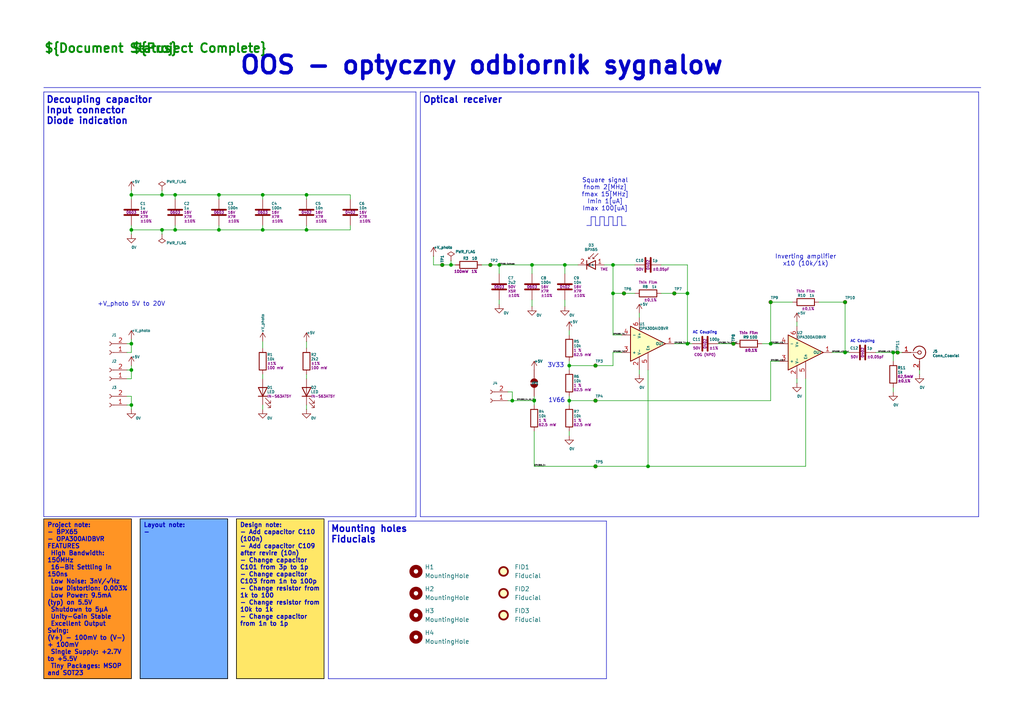
<source format=kicad_sch>
(kicad_sch (version 20250114) (generator "eeschema") (generator_version "9.0")
  (paper "A4")
  (title_block (title "${Project Title}") (date "${Date Start}") (rev "${Project Revision}") (company "${Company}") (comment 1 "${Engineer}") (comment 2 "${Email}") (comment 3 "${Phone Number}") (comment 4 "${Project Reason}"))
  (text "+V_photo 5V to 20V" (at 38.1 88.265 0) (effects (font (size 1.27 1.27))))
  (text "1V66" (at 159.004 116.205 0) (effects (font (size 1.27 1.27)) (justify left)))
  (text "${Document Status}" (at 12.7 12.7 0) (effects (font (size 2.54 2.54) (thickness 0.508) (bold yes)) (justify left top)))
  (text "Mounting holes\nFiducials" (at 95.885 152.4 0) (effects (font (size 1.905 1.905) (thickness 0.381) (bold yes)) (justify left top)))
  (text "Decoupling capacitor\nInput connector\nDiode indication" (at 13.335 27.94 0) (effects (font (size 1.905 1.905) (thickness 0.381) (bold yes)) (justify left top)))
  (text "Optical receiver" (at 122.555 27.94 0) (effects (font (size 1.905 1.905) (thickness 0.381) (bold yes)) (justify left top)))
  (text "${Project Complete}" (at 38.1 12.7 0) (effects (font (size 2.54 2.54) (thickness 0.508) (bold yes)) (justify left top)))
  (text "AC Coupling" (at 204.47 96.52 0) (effects (font (size 0.762 0.762))))
  (text "Square signal\nfnom 2[MHz]\nfmax 15[MHz]\nImin 1[uA]\nImax 100[uA]" (at 175.514 56.515 0) (effects (font (size 1.27 1.27))))
  (text "AC Coupling" (at 250.19 99.06 0) (effects (font (size 0.762 0.762))))
  (text "OOS - optyczny odbiornik sygnalow" (at 139.7 19.05 0) (effects (font (size 5.08 5.08) (thickness 1.016) (bold yes))))
  (text "Inverting amplifier\nx10 (10k/1k)" (at 233.68 75.565 0) (effects (font (size 1.27 1.27))))
  (text "3V33" (at 158.75 106.045 0) (effects (font (size 1.27 1.27)) (justify left)))
  (text_box "Design note:\n- Add capacitor C110 (100n)\n- Add capacitor C109 after revire (10n)\n- Change capacitor C101 from 3p to 1p\n- Change capacitor C103 from 1n to 100p\n- Change resistor from 1k to 100\n- Change resistor from 10k to 1k\n- Change capacitor from 1n to 1p" (at 68.58 150.495 0) (size 25.4 46.355) (margins 0.9525 0.9525 0.9525 0.9525) (stroke (width 0.2032) (color 0 0 0 1)) (fill (type color) (color 255 231 103 1)) (effects (font (size 1.27 1.27) (thickness 0.254) (bold yes)) (justify left top)))
  (text_box "Layout note:\n-" (at 40.64 150.495 0) (size 25.4 46.355) (margins 0.9525 0.9525 0.9525 0.9525) (stroke (width 0.2032) (color 0 0 0 1)) (fill (type color) (color 115 174 255 1)) (effects (font (size 1.27 1.27) (thickness 0.254) (bold yes)) (justify left top)))
  (text_box "Project note:\n- BPX65\n- OPA300AIDBVR\nFEATURES\n High Bandwidth: 150MHz\n 16-Bit Settling in 150ns\n Low Noise: 3nV/√Hz\n Low Distortion: 0.003%\n Low Power: 9.5mA (typ) on 5.5V\n Shutdown to 5μA\n Unity-Gain Stable\n Excellent Output Swing:\n(V+) − 100mV to (V−) + 100mV\n Single Supply: +2.7V to +5.5V\n Tiny Packages: MSOP and SOT23" (at 12.7 150.495 0) (size 25.4 46.355) (margins 0.9525 0.9525 0.9525 0.9525) (stroke (width 0.2032) (color 0 0 0 1)) (fill (type color) (color 255 148 36 1)) (effects (font (size 1.27 1.27) (thickness 0.254) (bold yes)) (justify left top)))
  (junction (at 180.975 85.09))
  (junction (at 259.08 102.235))
  (junction (at 76.2 56.515))
  (junction (at 144.78 76.835))
  (junction (at 199.39 85.09))
  (junction (at 88.9 66.675))
  (junction (at 38.1 56.515))
  (junction (at 38.1 99.695))
  (junction (at 172.72 116.205))
  (junction (at 223.52 87.63))
  (junction (at 76.2 66.675))
  (junction (at 165.1 106.045))
  (junction (at 142.24 76.835))
  (junction (at 154.94 116.205))
  (junction (at 165.1 116.205))
  (junction (at 63.5 56.515))
  (junction (at 128.27 76.835))
  (junction (at 88.9 56.515))
  (junction (at 130.81 76.835))
  (junction (at 223.52 99.695))
  (junction (at 212.725 99.695))
  (junction (at 148.59 116.205))
  (junction (at 38.1 107.315))
  (junction (at 63.5 66.675))
  (junction (at 172.72 135.255))
  (junction (at 163.83 76.835))
  (junction (at 172.72 106.045))
  (junction (at 245.11 102.235))
  (junction (at 245.11 87.63))
  (junction (at 154.305 76.835))
  (junction (at 187.96 135.255))
  (junction (at 260.35 102.235))
  (junction (at 46.99 66.675))
  (junction (at 177.8 76.835))
  (junction (at 177.8 85.09))
  (junction (at 46.99 56.515))
  (junction (at 38.1 66.675))
  (junction (at 195.58 85.09))
  (junction (at 199.39 99.695))
  (junction (at 50.8 66.675))
  (junction (at 50.8 56.515))
  (junction (at 38.1 117.475))
  (polyline (pts (xy 173.99 62.865) (xy 175.26 62.865)))
  (wire (pts (xy 165.1 106.045) (xy 172.72 106.045)))
  (wire (pts (xy 50.8 56.515) (xy 63.5 56.515)))
  (wire (pts (xy 38.1 102.235) (xy 38.1 99.695)))
  (wire (pts (xy 36.83 107.315) (xy 38.1 107.315)))
  (wire (pts (xy 187.96 107.315) (xy 187.96 135.255)))
  (wire (pts (xy 147.32 116.205) (xy 148.59 116.205)))
  (wire (pts (xy 177.8 102.235) (xy 180.34 102.235)))
  (wire (pts (xy 163.83 76.835) (xy 167.64 76.835)))
  (wire (pts (xy 154.305 86.995) (xy 154.305 88.9)))
  (wire (pts (xy 144.78 86.995) (xy 144.78 88.265)))
  (wire (pts (xy 212.725 99.695) (xy 213.36 99.695)))
  (wire (pts (xy 245.11 87.63) (xy 245.11 102.235)))
  (wire (pts (xy 185.42 107.315) (xy 185.42 108.585)))
  (polyline (pts (xy 120.65 26.67) (xy 120.65 149.86)))
  (wire (pts (xy 38.1 107.315) (xy 38.1 106.045)))
  (wire (pts (xy 199.39 85.09) (xy 199.39 76.835)))
  (wire (pts (xy 163.83 86.995) (xy 163.83 88.9)))
  (polyline (pts (xy 179.07 62.865) (xy 180.34 62.865)))
  (wire (pts (xy 259.08 104.775) (xy 259.08 102.235)))
  (wire (pts (xy 241.3 102.235) (xy 245.11 102.235)))
  (wire (pts (xy 38.1 56.515) (xy 46.99 56.515)))
  (polyline (pts (xy 175.26 62.865) (xy 175.26 65.405)))
  (wire (pts (xy 36.83 99.695) (xy 38.1 99.695)))
  (wire (pts (xy 187.96 135.255) (xy 233.68 135.255)))
  (wire (pts (xy 125.73 74.295) (xy 125.73 76.835)))
  (polyline (pts (xy 283.845 26.67) (xy 283.845 149.86)))
  (wire (pts (xy 76.2 108.585) (xy 76.2 109.855)))
  (wire (pts (xy 76.2 56.515) (xy 76.2 57.785)))
  (polyline (pts (xy 180.34 62.865) (xy 180.34 65.405)))
  (wire (pts (xy 36.83 109.855) (xy 38.1 109.855)))
  (polyline (pts (xy 172.72 62.865) (xy 172.72 65.405)))
  (polyline (pts (xy 179.07 65.405) (xy 179.07 62.865)))
  (polyline (pts (xy 12.7 26.67) (xy 12.7 149.86)))
  (wire (pts (xy 63.5 66.675) (xy 76.2 66.675)))
  (wire (pts (xy 88.9 56.515) (xy 101.6 56.515)))
  (wire (pts (xy 154.94 135.255) (xy 172.72 135.255)))
  (wire (pts (xy 165.1 106.045) (xy 165.1 107.315)))
  (wire (pts (xy 266.7 107.315) (xy 266.7 108.585)))
  (wire (pts (xy 177.8 85.09) (xy 177.8 76.835)))
  (polyline (pts (xy 177.8 65.405) (xy 179.07 65.405)))
  (wire (pts (xy 36.83 102.235) (xy 38.1 102.235)))
  (wire (pts (xy 38.1 66.675) (xy 46.99 66.675)))
  (wire (pts (xy 76.2 66.675) (xy 76.2 65.405)))
  (polyline (pts (xy 95.25 151.13) (xy 95.25 196.85)))
  (wire (pts (xy 148.59 116.205) (xy 154.94 116.205)))
  (wire (pts (xy 154.305 76.835) (xy 163.83 76.835)))
  (wire (pts (xy 38.1 114.935) (xy 38.1 117.475)))
  (polyline (pts (xy 180.34 65.405) (xy 181.61 65.405)))
  (wire (pts (xy 165.1 116.205) (xy 172.72 116.205)))
  (polyline (pts (xy 176.53 65.405) (xy 176.53 62.865)))
  (wire (pts (xy 165.1 114.935) (xy 165.1 116.205)))
  (wire (pts (xy 76.2 117.475) (xy 76.2 118.745)))
  (wire (pts (xy 185.42 90.805) (xy 185.42 92.075)))
  (wire (pts (xy 165.1 104.775) (xy 165.1 106.045)))
  (wire (pts (xy 180.975 85.09) (xy 184.15 85.09)))
  (wire (pts (xy 223.52 116.205) (xy 223.52 104.775)))
  (wire (pts (xy 172.72 106.045) (xy 177.8 106.045)))
  (polyline (pts (xy 177.8 62.865) (xy 177.8 65.405)))
  (wire (pts (xy 154.305 76.835) (xy 154.305 79.375)))
  (wire (pts (xy 38.1 56.515) (xy 38.1 57.785)))
  (wire (pts (xy 208.28 99.695) (xy 212.725 99.695)))
  (wire (pts (xy 199.39 76.835) (xy 191.77 76.835)))
  (wire (pts (xy 38.1 99.695) (xy 38.1 98.425)))
  (wire (pts (xy 101.6 65.405) (xy 101.6 66.675)))
  (wire (pts (xy 46.99 66.675) (xy 50.8 66.675)))
  (wire (pts (xy 148.59 113.665) (xy 148.59 116.205)))
  (wire (pts (xy 76.2 99.06) (xy 76.2 100.965)))
  (wire (pts (xy 177.8 106.045) (xy 177.8 102.235)))
  (wire (pts (xy 88.9 66.675) (xy 101.6 66.675)))
  (polyline (pts (xy 175.895 151.13) (xy 175.895 196.85)))
  (wire (pts (xy 260.35 102.235) (xy 261.62 102.235)))
  (wire (pts (xy 142.24 76.835) (xy 139.7 76.835)))
  (wire (pts (xy 46.99 66.675) (xy 46.99 67.945)))
  (wire (pts (xy 128.27 76.835) (xy 130.81 76.835)))
  (wire (pts (xy 50.8 66.675) (xy 63.5 66.675)))
  (wire (pts (xy 63.5 56.515) (xy 76.2 56.515)))
  (wire (pts (xy 177.8 85.09) (xy 180.975 85.09)))
  (polyline (pts (xy 283.845 149.86) (xy 121.92 149.86)))
  (polyline (pts (xy 121.92 26.67) (xy 121.92 149.86)))
  (wire (pts (xy 154.94 125.095) (xy 154.94 135.255)))
  (polyline (pts (xy 175.895 196.85) (xy 95.25 196.85)))
  (wire (pts (xy 130.81 76.835) (xy 132.08 76.835)))
  (wire (pts (xy 259.08 102.235) (xy 260.35 102.235)))
  (wire (pts (xy 88.9 56.515) (xy 88.9 57.785)))
  (wire (pts (xy 88.9 117.475) (xy 88.9 118.745)))
  (wire (pts (xy 46.99 55.245) (xy 46.99 56.515)))
  (polyline (pts (xy 12.7 25.4) (xy 284.48 25.4)))
  (wire (pts (xy 254 102.235) (xy 259.08 102.235)))
  (wire (pts (xy 231.14 93.345) (xy 231.14 94.615)))
  (wire (pts (xy 147.32 113.665) (xy 148.59 113.665)))
  (wire (pts (xy 63.5 65.405) (xy 63.5 66.675)))
  (wire (pts (xy 163.83 76.835) (xy 163.83 79.375)))
  (polyline (pts (xy 176.53 62.865) (xy 177.8 62.865)))
  (wire (pts (xy 88.9 108.585) (xy 88.9 109.855)))
  (wire (pts (xy 76.2 56.515) (xy 88.9 56.515)))
  (wire (pts (xy 220.98 99.695) (xy 223.52 99.695)))
  (wire (pts (xy 177.8 85.09) (xy 177.8 97.155)))
  (polyline (pts (xy 171.45 62.865) (xy 172.72 62.865)))
  (wire (pts (xy 246.38 102.235) (xy 245.11 102.235)))
  (wire (pts (xy 177.8 76.835) (xy 175.26 76.835)))
  (wire (pts (xy 223.52 104.775) (xy 226.06 104.775)))
  (wire (pts (xy 38.1 65.405) (xy 38.1 66.675)))
  (wire (pts (xy 165.1 116.205) (xy 165.1 117.475)))
  (wire (pts (xy 88.9 65.405) (xy 88.9 66.675)))
  (polyline (pts (xy 173.99 65.405) (xy 173.99 62.865)))
  (wire (pts (xy 199.39 99.695) (xy 200.66 99.695)))
  (wire (pts (xy 144.78 76.835) (xy 142.24 76.835)))
  (polyline (pts (xy 12.7 26.67) (xy 120.65 26.67)))
  (polyline (pts (xy 170.18 65.405) (xy 171.45 65.405)))
  (wire (pts (xy 50.8 56.515) (xy 50.8 57.785)))
  (wire (pts (xy 101.6 56.515) (xy 101.6 57.785)))
  (wire (pts (xy 46.99 56.515) (xy 50.8 56.515)))
  (wire (pts (xy 195.58 85.09) (xy 199.39 85.09)))
  (wire (pts (xy 154.94 114.935) (xy 154.94 116.205)))
  (wire (pts (xy 165.1 95.885) (xy 165.1 97.155)))
  (wire (pts (xy 76.2 66.675) (xy 88.9 66.675)))
  (wire (pts (xy 223.52 99.695) (xy 226.06 99.695)))
  (wire (pts (xy 165.1 125.095) (xy 165.1 126.365)))
  (wire (pts (xy 223.52 87.63) (xy 229.87 87.63)))
  (wire (pts (xy 38.1 109.855) (xy 38.1 107.315)))
  (polyline (pts (xy 120.65 149.86) (xy 12.7 149.86)))
  (wire (pts (xy 223.52 87.63) (xy 223.52 99.695)))
  (wire (pts (xy 199.39 85.09) (xy 199.39 99.695)))
  (wire (pts (xy 172.72 116.205) (xy 223.52 116.205)))
  (wire (pts (xy 177.8 76.835) (xy 184.15 76.835)))
  (polyline (pts (xy 171.45 65.405) (xy 171.45 62.865)))
  (wire (pts (xy 233.68 135.255) (xy 233.68 109.855)))
  (wire (pts (xy 237.49 87.63) (xy 245.11 87.63)))
  (polyline (pts (xy 172.72 65.405) (xy 173.99 65.405)))
  (wire (pts (xy 180.34 97.155) (xy 177.8 97.155)))
  (wire (pts (xy 88.9 99.06) (xy 88.9 100.965)))
  (wire (pts (xy 144.78 79.375) (xy 144.78 76.835)))
  (wire (pts (xy 154.94 116.205) (xy 154.94 117.475)))
  (polyline (pts (xy 121.92 26.67) (xy 283.845 26.67)))
  (wire (pts (xy 144.78 76.835) (xy 154.305 76.835)))
  (wire (pts (xy 130.81 75.565) (xy 130.81 76.835)))
  (wire (pts (xy 38.1 55.245) (xy 38.1 56.515)))
  (wire (pts (xy 191.77 85.09) (xy 195.58 85.09)))
  (polyline (pts (xy 95.25 151.13) (xy 175.895 151.13)))
  (wire (pts (xy 36.83 117.475) (xy 38.1 117.475)))
  (wire (pts (xy 50.8 65.405) (xy 50.8 66.675)))
  (wire (pts (xy 172.72 135.255) (xy 187.96 135.255)))
  (wire (pts (xy 195.58 99.695) (xy 199.39 99.695)))
  (wire (pts (xy 38.1 117.475) (xy 38.1 118.745)))
  (polyline (pts (xy 175.26 65.405) (xy 176.53 65.405)))
  (wire (pts (xy 36.83 114.935) (xy 38.1 114.935)))
  (wire (pts (xy 231.14 109.855) (xy 231.14 111.125)))
  (wire (pts (xy 259.08 113.665) (xy 259.08 112.395)))
  (wire (pts (xy 38.1 66.675) (xy 38.1 67.945)))
  (wire (pts (xy 63.5 56.515) (xy 63.5 57.785)))
  (wire (pts (xy 125.73 76.835) (xy 128.27 76.835)))
  (label "BPX65_Cathode" (at 144.78 76.835 0) (effects (font (size 0.381 0.381))))
  (label "OPA300_x10_-" (at 223.52 99.695 0) (effects (font (size 0.381 0.381))))
  (label "OPA300_x10_+" (at 223.52 104.775 0) (effects (font (size 0.381 0.381))))
  (label "OPA300_En_Alt_Con" (at 149.86 116.205 0) (effects (font (size 0.381 0.381) (thickness 0.254) (bold yes))))
  (label "OPA300_x10_Out" (at 241.3 102.235 0) (effects (font (size 0.381 0.381))))
  (label "OPA300_TIA_-" (at 177.8 97.155 0) (effects (font (size 0.381 0.381))))
  (label "OPA300_TIA_Out" (at 195.58 99.695 0) (effects (font (size 0.381 0.381))))
  (label "OPA300_TIA_+" (at 177.8 102.235 0) (effects (font (size 0.381 0.381))))
  (label "OPA300_En" (at 154.94 135.255 0) (effects (font (size 0.381 0.381) (thickness 0.254) (bold yes))))
  (label "OPA300_x10_Out_AC" (at 254.635 102.235 0) (effects (font (size 0.381 0.381))))
  (label "OPA300_TIA_Out_AC" (at 208.28 99.695 0) (effects (font (size 0.381 0.381))))
  (symbol (lib_id "Mechanical:MountingHole") (at 120.65 172.085 0) (unit 1) (exclude_from_sim yes) (in_bom no)
    (property "Reference" "H2" (at 123.19 170.8149 0) (effects (justify left)))
    (property "Value" "MountingHole" (at 123.19 173.3549 0) (effects (justify left)))
    (property "Footprint" "MountingHole:MountingHole_3.2mm_M3" (effects (hide yes)))
    (property "Description" "Mounting Hole without connection" (effects (hide yes)))
  )
  (symbol (lib_id "power:+5V") (at 38.1 98.425 0) (unit 1)
    (property "Reference" "#PWR03" (effects (hide yes)))
    (property "Value" "+V_photo" (at 38.1 95.885 0) (effects (font (size 0.762 0.762)) (justify left)))
    (property "Description" "Power symbol creates a global label with name \"+5V\"" (effects (hide yes)))
  )
  (symbol (lib_id "power:+5V") (at 38.1 55.245 0) (unit 1)
    (property "Reference" "#PWR01" (effects (hide yes)))
    (property "Value" "+5V" (at 38.1 52.705 0) (effects (font (size 0.762 0.762)) (justify left)))
    (property "Description" "Power symbol creates a global label with name \"+5V\"" (effects (hide yes)))
  )
  (symbol (lib_id "Device:C") (at 144.78 83.185 180) (unit 1)
    (property "Reference" "C7" (at 147.32 80.645 0) (effects (font (size 0.762 0.762)) (justify right)))
    (property "Value" "2u2" (at 147.32 81.915 0) (effects (font (size 0.762 0.762)) (justify right)))
    (property "Footprint" "Capacitor_SMD:C_0603_1608Metric" (effects (hide yes)))
    (property "Description" "Unpolarized capacitor" (effects (hide yes)))
    (property "Voltage Rating" "50V" (at 147.32 83.185 0) (effects (font (size 0.762 0.762)) (justify right)))
    (property "Dielectric" "X5R" (at 147.32 84.455 0) (effects (font (size 0.762 0.762)) (justify right)))
    (property "Package" "0603" (at 144.78 83.185 0) (effects (font (size 0.762 0.762))))
    (property "Supplier" "NA" (effects (hide yes)))
    (property "Tolerance" "±10%" (at 147.32 85.725 0) (effects (font (size 0.762 0.762)) (justify right)))
    (property "MPN after review" "LMK107BJ225KA-T" (effects (hide yes)))
  )
  (symbol (lib_id "Device:R") (at 154.94 121.285 0) (unit 1)
    (property "Reference" "R4" (at 156.21 119.38 0) (effects (font (size 0.762 0.762)) (justify left)))
    (property "Value" "10k" (at 156.21 120.65 0) (effects (font (size 0.762 0.762)) (justify left)))
    (property "Footprint" "Resistor_SMD:R_0402_1005Metric" (effects (hide yes)))
    (property "Datasheet" "https://eu.mouser.com/datasheet/2/447/PYu_RC_Group_51_RoHS_L_11-1984063.pdf" (effects (hide yes)))
    (property "Description" "Resistor" (effects (hide yes)))
    (property "Power Rating" "62.5 mW" (at 156.21 123.19 0) (effects (font (size 0.762 0.762)) (justify left)))
    (property "Tolerance" "1 %" (at 156.21 121.92 0) (effects (font (size 0.762 0.762)) (justify left)))
    (property "Temperature Coefficient" "100 PPM / C" (effects (hide yes)))
    (property "Voltage Rating" "50V" (effects (hide yes)))
    (property "MPN after review" "RC0603JR-13100KL" (effects (hide yes)))
    (property "Supplier" "TME" (effects (hide yes)))
  )
  (symbol (lib_id "Device:C") (at 187.96 76.835 90) (unit 1)
    (property "Reference" "C10" (at 186.69 75.565 90) (effects (font (size 0.762 0.762)) (justify left)))
    (property "Value" "1p" (at 189.23 75.565 90) (effects (font (size 0.762 0.762)) (justify right)))
    (property "Footprint" "Capacitor_SMD:C_0402_1005Metric" (effects (hide yes)))
    (property "Datasheet" "https://eu.mouser.com/datasheet/2/281/1/GJM1555C1H3R0WB01_01A-3149772.pdf" (effects (hide yes)))
    (property "Description" "Unpolarized capacitor" (effects (hide yes)))
    (property "Voltage Rating" "50V" (at 186.69 78.105 90) (effects (font (size 0.762 0.762)) (justify left)))
    (property "Package" "0402" (at 187.96 76.835 0) (effects (font (size 0.762 0.762))))
    (property "Supplier" "TME" (effects (hide yes)))
    (property "Tolerance" "±0,05pF " (at 189.23 78.105 90) (effects (font (size 0.762 0.762)) (justify right)))
    (property "MPN before review" "GJM1555C1H3R0WB01D" (effects (hide yes)))
    (property "Dielectric" "COG (NP0)" (effects (hide yes)))
    (property "MPN after review" "GJM1555C1H1R0WB01D" (effects (hide yes)))
  )
  (symbol (lib_id "Connector:Conn_01x02_Socket") (at 142.24 116.205 180) (unit 1)
    (property "Reference" "J4" (at 142.875 111.125 0) (effects (font (size 0.762 0.762)) (justify right)))
    (property "Value" "Conn_01x02_Socket" (effects (hide yes)))
    (property "Footprint" "Connector_PinHeader_2.54mm:PinHeader_1x02_P2.54mm_Vertical" (effects (hide yes)))
    (property "Description" "Generic connector, single row, 01x02, script generated" (effects (hide yes)))
  )
  (symbol (lib_id "Device:C") (at 154.305 83.185 0) (unit 1)
    (property "Reference" "C8" (at 156.845 80.645 0) (effects (font (size 0.762 0.762)) (justify left)))
    (property "Value" "100n" (at 156.845 81.915 0) (effects (font (size 0.762 0.762)) (justify left)))
    (property "Footprint" "Capacitor_SMD:C_0603_1608Metric" (effects (hide yes)))
    (property "Description" "Unpolarized capacitor" (effects (hide yes)))
    (property "Voltage Rating" "16V" (at 156.845 83.185 0) (effects (font (size 0.762 0.762)) (justify left)))
    (property "Dielectric" "X7R" (at 156.845 84.455 0) (effects (font (size 0.762 0.762)) (justify left)))
    (property "Package" "0603" (at 154.305 83.185 0) (effects (font (size 0.762 0.762))))
    (property "Tolerance" "±10%" (at 156.845 85.725 0) (effects (font (size 0.762 0.762)) (justify left)))
    (property "MPN after review" "EMK108B7104KA-T" (effects (hide yes)))
    (property "Supplier" "TME" (effects (hide yes)))
  )
  (symbol (lib_id "Device:C") (at 38.1 61.595 0) (unit 1)
    (property "Reference" "C1" (at 40.64 59.055 0) (effects (font (size 0.762 0.762)) (justify left)))
    (property "Value" "1u" (at 40.64 60.325 0) (effects (font (size 0.762 0.762)) (justify left)))
    (property "Footprint" "Capacitor_SMD:C_0603_1608Metric" (effects (hide yes)))
    (property "Description" "Unpolarized capacitor" (effects (hide yes)))
    (property "Voltage Rating" "16V" (at 40.64 61.595 0) (effects (font (size 0.762 0.762)) (justify left)))
    (property "Dielectric" "X7R" (at 40.64 62.865 0) (effects (font (size 0.762 0.762)) (justify left)))
    (property "Package" "0603" (at 38.1 61.595 0) (effects (font (size 0.762 0.762))))
    (property "Tolerance" "±10%" (at 40.64 64.135 0) (effects (font (size 0.762 0.762)) (justify left)))
    (property "MPN after review" "C0603C105K4RACTU" (effects (hide yes)))
    (property "Supplier" "TME" (effects (hide yes)))
  )
  (symbol (lib_id "Device:R") (at 259.08 108.585 180) (unit 1)
    (property "Reference" "R11" (at 260.35 106.68 0) (effects (font (size 0.762 0.762)) (justify right)))
    (property "Value" "1k" (at 260.35 107.95 0) (effects (font (size 0.762 0.762)) (justify right)))
    (property "Footprint" "Resistor_SMD:R_0402_1005Metric" (effects (hide yes)))
    (property "Datasheet" "https://www.yageo.com/upload/media/product/productsearch/datasheet/rchip/PYu-RT_1-to-0.01_RoHS_L_15.pdf" (effects (hide yes)))
    (property "Description" "Resistor" (effects (hide yes)))
    (property "Power Rating" "62,5mW" (at 260.35 109.22 0) (effects (font (size 0.762 0.762)) (justify right)))
    (property "Tolerance" "±0,1%" (at 260.35 110.49 0) (effects (font (size 0.762 0.762)) (justify right)))
    (property "Temperature Coefficient" "25ppm/°C" (effects (hide yes)))
    (property "MPN after review" "RT0402BRD071KL" (effects (hide yes)))
  )
  (symbol (lib_id "Device:R") (at 165.1 111.125 0) (unit 1)
    (property "Reference" "R6" (at 166.37 109.22 0) (effects (font (size 0.762 0.762)) (justify left)))
    (property "Value" "10k" (at 166.37 110.49 0) (effects (font (size 0.762 0.762)) (justify left)))
    (property "Footprint" "Resistor_SMD:R_0402_1005Metric" (effects (hide yes)))
    (property "Datasheet" "https://eu.mouser.com/datasheet/2/447/PYu_RC_Group_51_RoHS_L_11-1984063.pdf" (effects (hide yes)))
    (property "Description" "Resistor" (effects (hide yes)))
    (property "Power Rating" "62.5 mW" (at 166.37 113.03 0) (effects (font (size 0.762 0.762)) (justify left)))
    (property "Tolerance" "1 %" (at 166.37 111.76 0) (effects (font (size 0.762 0.762)) (justify left)))
    (property "Temperature Coefficient" "100 PPM / C" (effects (hide yes)))
    (property "Voltage Rating" "50V" (effects (hide yes)))
    (property "MPN after review" "RC0603JR-13100KL" (effects (hide yes)))
    (property "Supplier" "TME" (effects (hide yes)))
  )
  (symbol (lib_id "Connector:TestPoint_Small") (at 245.11 87.63 0) (unit 1)
    (property "Reference" "TP10" (at 245.11 86.36 0) (effects (font (size 0.762 0.762)) (justify left)))
    (property "Value" "TestPoint_Small" (effects (hide yes)))
    (property "Footprint" "TestPoint:TestPoint_Pad_D1.0mm" (effects (hide yes)))
    (property "Description" "test point" (effects (hide yes)))
  )
  (symbol (lib_id "power:GND") (at 76.2 118.745 0) (unit 1)
    (property "Reference" "#PWR07" (effects (hide yes)))
    (property "Value" "0V" (at 77.47 121.285 0) (effects (font (size 0.762 0.762)) (justify left)))
    (property "Description" "Power symbol creates a global label with name \"GND\" , ground" (effects (hide yes)))
  )
  (symbol (lib_id "power:+5V") (at 154.94 107.315 0) (unit 1)
    (property "Reference" "#PWR013" (effects (hide yes)))
    (property "Value" "+5V" (at 154.94 104.775 0) (effects (font (size 0.762 0.762)) (justify left)))
    (property "Description" "Power symbol creates a global label with name \"+5V\"" (effects (hide yes)))
  )
  (symbol (lib_id "power:+5V") (at 125.73 74.295 0) (unit 1)
    (property "Reference" "#PWR010" (effects (hide yes)))
    (property "Value" "+V_photo" (at 125.73 71.755 0) (effects (font (size 0.762 0.762)) (justify left)))
    (property "Description" "Power symbol creates a global label with name \"+5V\"" (effects (hide yes)))
  )
  (symbol (lib_id "Mechanical:MountingHole") (at 120.65 165.735 0) (unit 1) (exclude_from_sim yes) (in_bom no)
    (property "Reference" "H1" (at 123.19 164.4649 0) (effects (justify left)))
    (property "Value" "MountingHole" (at 123.19 167.0049 0) (effects (justify left)))
    (property "Footprint" "MountingHole:MountingHole_3.2mm_M3" (effects (hide yes)))
    (property "Description" "Mounting Hole without connection" (effects (hide yes)))
  )
  (symbol (lib_id "power:+5V") (at 231.14 93.345 0) (unit 1)
    (property "Reference" "#PWR019" (effects (hide yes)))
    (property "Value" "+5V" (at 231.14 90.805 0) (effects (font (size 0.762 0.762)) (justify left)))
    (property "Description" "Power symbol creates a global label with name \"+5V\"" (effects (hide yes)))
  )
  (symbol (lib_id "Device:R") (at 217.17 99.695 90) (unit 1)
    (property "Reference" "R9" (at 217.17 97.79 90) (effects (font (size 0.762 0.762)) (justify left)))
    (property "Value" "100" (at 219.71 97.79 90) (effects (font (size 0.762 0.762)) (justify left)))
    (property "Footprint" "Resistor_SMD:R_0402_1005Metric" (effects (hide yes)))
    (property "Datasheet" "https://www.yageo.com/upload/media/product/productsearch/datasheet/rchip/PYu-RT_1-to-0.01_RoHS_L_15.pdf" (effects (hide yes)))
    (property "Description" "Resistor" (effects (hide yes)))
    (property "Power Rating" "62,5mW" (effects (hide yes)))
    (property "Tolerance" "±0,1%" (at 219.71 101.6 90) (effects (font (size 0.762 0.762)) (justify left)))
    (property "Temperature Coefficient" "25ppm/°C" (effects (hide yes)))
    (property "Type" "Thin Film" (at 217.17 96.52 90) (effects (font (size 0.762 0.762))))
    (property "Package" "0402" (effects (hide yes)))
    (property "MPN before review" "RT0402BRD071KL" (effects (hide yes)))
    (property "MPN after review" "ERA2AEB101X" (effects (hide yes)))
    (property "Supplier" "TME" (effects (hide yes)))
    (property "Voltage Rating" "100V" (effects (hide yes)))
  )
  (symbol (lib_id "power:GND") (at 231.14 111.125 0) (unit 1)
    (property "Reference" "#PWR020" (effects (hide yes)))
    (property "Value" "0V" (at 231.14 114.935 0) (effects (font (size 0.762 0.762)) (justify left)))
    (property "Description" "Power symbol creates a global label with name \"GND\" , ground" (effects (hide yes)))
  )
  (symbol (lib_id "Device:R") (at 88.9 104.775 0) (unit 1)
    (property "Reference" "R2" (at 90.17 102.87 0) (effects (font (size 0.762 0.762)) (justify left)))
    (property "Value" "2k2" (at 90.17 104.14 0) (effects (font (size 0.762 0.762)) (justify left)))
    (property "Footprint" "Resistor_SMD:R_0603_1608Metric" (effects (hide yes)))
    (property "Description" "Resistor" (effects (hide yes)))
    (property "Power Rating" "100 mW" (at 90.17 106.68 0) (effects (font (size 0.762 0.762)) (justify left)))
    (property "Tolerance" "±1%" (at 90.17 105.41 0) (effects (font (size 0.762 0.762)) (justify left)))
    (property "Supplier" "TME" (effects (hide yes)))
    (property "MPN" "RT0603FRE072K2L" (effects (hide yes)))
    (property "Temperature Coefficient" "50ppm/°C" (effects (hide yes)))
  )
  (symbol (lib_id "QP Biblioteka:OPA300AIDBVR") (at 226.06 94.615 0) (unit 1)
    (property "Reference" "U2" (at 231.14 96.52 0) (effects (font (size 0.762 0.762)) (justify left)))
    (property "Value" "OPA300AIDBVR" (at 231.14 97.79 0) (effects (font (size 0.762 0.762)) (justify left)))
    (property "Footprint" "Package_TO_SOT_SMD:SOT-23-6_Handsoldering" (effects (hide yes)))
    (property "Datasheet" "https://www.ti.com/lit/ds/symlink/opa300.pdf?ts=1728521226182&ref_url=https%253A%252F%252Fwww.ti.com%252Fsitesearch%252Fen-us%252Fdocs%252Funiversalsearch.tsp%253FlangPref%253Den-US%2526nr%253D5%2526searchTerm%253DOPA300AID" (effects (hide yes)))
    (property "Description" "The OPA300 and OPA301 series high-speed, voltage-feedback, CMOS operational amplifiers are designed for 16-bit resolution systems. The OPA300/OPA301 series are unity-gain stable and feature excellent settling and harmonic distortion specifications. Low power applications benefit from low quiescent current. The OPA300 and OPA2300 feature a digital shutdown (Enable) function to provide additional power savings during idle periods. Optimized for single-supply operation, the OPA300/OPA301 series offer superior output swing and excellent common-mode range. The OPA300 and OPA301 series op amps have 150MHz of unity-gain bandwidth, low 3nV/√Hz voltage noise, and 0.1% settling within 30ns. Single-supply operation from 2.7V (±1.35V) to 5.5V (±2.75V) and an available shutdown function that reduces supply current to 5µA are useful for portable low-power applications. The OPA300 and OPA301 are available in SO-8 and SOT-23 packages. The OPA2300 is available in MSOP-10, and the OPA2301 is available in SO-8 and MSOP-8. All versions are specified over the industrial temperature range of −40°C to +125°C." (effects (hide yes)))
    (property "Supplier" "TME" (effects (hide yes)))
  )
  (symbol (lib_id "power:PWR_FLAG") (at 46.99 67.945 0) (mirror x) (unit 1)
    (property "Reference" "#FLG02" (effects (hide yes)))
    (property "Value" "PWR_FLAG" (at 48.26 70.485 0) (effects (font (size 0.762 0.762)) (justify left)))
    (property "Description" "Special symbol for telling ERC where power comes from" (effects (hide yes)))
  )
  (symbol (lib_id "Device:R") (at 135.89 76.835 90) (unit 1)
    (property "Reference" "R3" (at 135.89 74.93 90) (effects (font (size 0.762 0.762)) (justify left)))
    (property "Value" "10" (at 138.43 74.93 90) (effects (font (size 0.762 0.762)) (justify left)))
    (property "Footprint" "Resistor_SMD:R_0603_1608Metric" (effects (hide yes)))
    (property "Datasheet" "https://eu.mouser.com/datasheet/2/54/cr-1858361.pdf" (effects (hide yes)))
    (property "Description" "Resistor" (effects (hide yes)))
    (property "Power Rating" "100mW" (at 135.89 78.74 90) (effects (font (size 0.762 0.762)) (justify left)))
    (property "Tolerance" "1%" (at 138.43 78.74 90) (effects (font (size 0.762 0.762)) (justify left)))
    (property "Temperature Coefficient" "100 PPM/C" (effects (hide yes)))
    (property "Voltage Rating" "75 V" (effects (hide yes)))
    (property "Supplier" "TME" (effects (hide yes)))
  )
  (symbol (lib_id "Jumper:SolderJumper_2_Open") (at 154.94 111.125 90) (unit 1) (exclude_from_sim yes) (in_bom no)
    (property "Reference" "JP1" (at 156.21 111.125 90) (effects (font (size 0.762 0.762)) (justify left)))
    (property "Value" "SolderJumper_2_Open" (effects (hide yes)))
    (property "Footprint" "Jumper:SolderJumper-2_P1.3mm_Bridged_RoundedPad1.0x1.5mm" (effects (hide yes)))
    (property "Description" "Solder Jumper, 2-pole, open" (effects (hide yes)))
  )
  (symbol (lib_id "Mechanical:MountingHole") (at 120.65 178.435 0) (unit 1) (exclude_from_sim yes) (in_bom no)
    (property "Reference" "H3" (at 123.19 177.1649 0) (effects (justify left)))
    (property "Value" "MountingHole" (at 123.19 179.7049 0) (effects (justify left)))
    (property "Footprint" "MountingHole:MountingHole_3.2mm_M3" (effects (hide yes)))
    (property "Description" "Mounting Hole without connection" (effects (hide yes)))
  )
  (symbol (lib_id "power:GND") (at 38.1 118.745 0) (unit 1)
    (property "Reference" "#PWR05" (effects (hide yes)))
    (property "Value" "0V" (at 39.37 121.285 0) (effects (font (size 0.762 0.762)) (justify left)))
    (property "Description" "Power symbol creates a global label with name \"GND\" , ground" (effects (hide yes)))
  )
  (symbol (lib_id "power:GND") (at 163.83 88.9 0) (unit 1)
    (property "Reference" "#PWR014" (effects (hide yes)))
    (property "Value" "0V" (at 165.1 91.44 0) (effects (font (size 0.762 0.762)) (justify left)))
    (property "Description" "Power symbol creates a global label with name \"GND\" , ground" (effects (hide yes)))
  )
  (symbol (lib_id "QP Biblioteka:BPX65") (at 175.26 78.105 180) (unit 1)
    (property "Reference" "D3" (at 171.45 71.12 0) (effects (font (size 0.762 0.762))))
    (property "Value" "BPX65" (at 171.45 72.39 0) (effects (font (size 0.762 0.762))))
    (property "Footprint" "Package_TO_SOT_THT:TO-18-2_Lens" (effects (hide yes)))
    (property "Datasheet" "https://look.ams-osram.com/m/2584f17835ec0a61/original/BPX-65.pdf" (effects (hide yes)))
    (property "Description" "Fotodioda IR PIN; TO18; THT; 850nm; 350÷1100nm; 40°; 1nA; 250mW" (effects (hide yes)))
    (property "Supplier" "TME" (at 175.26 78.105 0) (effects (font (size 0.762 0.762))))
  )
  (symbol (lib_id "Device:LED") (at 88.9 113.665 90) (unit 1)
    (property "Reference" "D2" (at 90.17 112.395 90) (effects (font (size 0.762 0.762)) (justify right)))
    (property "Value" "LED" (at 90.17 113.665 90) (effects (font (size 0.762 0.762)) (justify right)))
    (property "Footprint" "Diode_SMD:D_0603_1608Metric" (effects (hide yes)))
    (property "Description" "Light emitting diode" (effects (hide yes)))
    (property "Sim.Pins" "1=K 2=A" (effects (hide yes)))
    (property "MPN" "IN-S63AT5Y" (at 90.17 114.935 90) (effects (font (size 0.762 0.762)) (justify right)))
  )
  (symbol (lib_id "power:GND") (at 154.305 88.9 0) (unit 1)
    (property "Reference" "#PWR012" (effects (hide yes)))
    (property "Value" "0V" (at 155.575 91.44 0) (effects (font (size 0.762 0.762)) (justify left)))
    (property "Description" "Power symbol creates a global label with name \"GND\" , ground" (effects (hide yes)))
  )
  (symbol (lib_id "power:+5V") (at 165.1 95.885 0) (unit 1)
    (property "Reference" "#PWR015" (effects (hide yes)))
    (property "Value" "+5V" (at 165.1 93.345 0) (effects (font (size 0.762 0.762)) (justify left)))
    (property "Description" "Power symbol creates a global label with name \"+5V\"" (effects (hide yes)))
  )
  (symbol (lib_id "Connector:TestPoint_Small") (at 172.72 135.255 0) (unit 1)
    (property "Reference" "TP5" (at 172.72 133.985 0) (effects (font (size 0.762 0.762)) (justify left)))
    (property "Value" "TestPoint_Small" (effects (hide yes)))
    (property "Footprint" "TestPoint:TestPoint_Pad_D1.0mm" (effects (hide yes)))
    (property "Description" "test point" (effects (hide yes)))
  )
  (symbol (lib_id "Connector:TestPoint_Small") (at 260.35 102.235 0) (unit 1)
    (property "Reference" "TP11" (at 260.35 101.6 90) (effects (font (size 0.762 0.762)) (justify left)))
    (property "Value" "TestPoint_Small" (effects (hide yes)))
    (property "Footprint" "TestPoint:TestPoint_Pad_D1.0mm" (effects (hide yes)))
    (property "Description" "test point" (effects (hide yes)))
  )
  (symbol (lib_id "Connector:TestPoint_Small") (at 172.72 116.205 0) (unit 1)
    (property "Reference" "TP4" (at 172.72 114.935 0) (effects (font (size 0.762 0.762)) (justify left)))
    (property "Value" "TestPoint_Small" (effects (hide yes)))
    (property "Footprint" "TestPoint:TestPoint_Pad_D1.0mm" (effects (hide yes)))
    (property "Description" "test point" (effects (hide yes)))
  )
  (symbol (lib_id "power:GND") (at 185.42 108.585 0) (unit 1)
    (property "Reference" "#PWR018" (effects (hide yes)))
    (property "Value" "0V" (at 185.42 112.395 0) (effects (font (size 0.762 0.762)) (justify left)))
    (property "Description" "Power symbol creates a global label with name \"GND\" , ground" (effects (hide yes)))
  )
  (symbol (lib_id "power:GND") (at 259.08 113.665 0) (unit 1)
    (property "Reference" "#PWR021" (effects (hide yes)))
    (property "Value" "0V" (at 259.08 117.475 0) (effects (font (size 0.762 0.762)) (justify left)))
    (property "Description" "Power symbol creates a global label with name \"GND\" , ground" (effects (hide yes)))
  )
  (symbol (lib_id "Mechanical:Fiducial") (at 146.05 172.085 0) (unit 1) (exclude_from_sim yes) (in_bom no)
    (property "Reference" "FID2" (at 149.225 170.8149 0) (effects (justify left)))
    (property "Value" "Fiducial" (at 149.225 173.3549 0) (effects (justify left)))
    (property "Footprint" "Fiducial:Fiducial_1.5mm_Mask3mm" (effects (hide yes)))
    (property "Description" "Fiducial Marker" (effects (hide yes)))
  )
  (symbol (lib_id "Device:R") (at 76.2 104.775 0) (unit 1)
    (property "Reference" "R1" (at 77.47 102.87 0) (effects (font (size 0.762 0.762)) (justify left)))
    (property "Value" "10k" (at 77.47 104.14 0) (effects (font (size 0.762 0.762)) (justify left)))
    (property "Footprint" "Resistor_SMD:R_0603_1608Metric" (effects (hide yes)))
    (property "Description" "Resistor" (effects (hide yes)))
    (property "Power Rating" "100 mW" (at 77.47 106.68 0) (effects (font (size 0.762 0.762)) (justify left)))
    (property "Tolerance" "±1%" (at 77.47 105.41 0) (effects (font (size 0.762 0.762)) (justify left)))
    (property "Voltage Rating" "50V" (effects (hide yes)))
    (property "Supplier" "TME" (effects (hide yes)))
    (property "MPN" "RC0603FR-0710KL" (effects (hide yes)))
  )
  (symbol (lib_id "Connector:TestPoint_Small") (at 128.27 76.835 0) (unit 1)
    (property "Reference" "TP1" (at 128.27 76.2 90) (effects (font (size 0.762 0.762)) (justify left)))
    (property "Value" "TestPoint_Small" (effects (hide yes)))
    (property "Footprint" "TestPoint:TestPoint_Pad_D1.0mm" (effects (hide yes)))
    (property "Description" "test point" (effects (hide yes)))
  )
  (symbol (lib_id "Mechanical:Fiducial") (at 146.05 165.735 0) (unit 1) (exclude_from_sim yes) (in_bom no)
    (property "Reference" "FID1" (at 149.225 164.4649 0) (effects (justify left)))
    (property "Value" "Fiducial" (at 149.225 167.0049 0) (effects (justify left)))
    (property "Footprint" "Fiducial:Fiducial_1.5mm_Mask3mm" (effects (hide yes)))
    (property "Description" "Fiducial Marker" (effects (hide yes)))
  )
  (symbol (lib_id "Connector:TestPoint_Small") (at 223.52 87.63 0) (unit 1)
    (property "Reference" "TP9" (at 223.52 86.36 0) (effects (font (size 0.762 0.762)) (justify left)))
    (property "Value" "TestPoint_Small" (effects (hide yes)))
    (property "Footprint" "TestPoint:TestPoint_Pad_D1.0mm" (effects (hide yes)))
    (property "Description" "test point" (effects (hide yes)))
  )
  (symbol (lib_id "Mechanical:Fiducial") (at 146.05 178.435 0) (unit 1) (exclude_from_sim yes) (in_bom no)
    (property "Reference" "FID3" (at 149.225 177.1649 0) (effects (justify left)))
    (property "Value" "Fiducial" (at 149.225 179.7049 0) (effects (justify left)))
    (property "Footprint" "Fiducial:Fiducial_1.5mm_Mask3mm" (effects (hide yes)))
    (property "Description" "Fiducial Marker" (effects (hide yes)))
  )
  (symbol (lib_id "Connector:TestPoint_Small") (at 142.24 76.835 0) (unit 1)
    (property "Reference" "TP2" (at 142.24 75.565 0) (effects (font (size 0.762 0.762)) (justify left)))
    (property "Value" "TestPoint_Small" (effects (hide yes)))
    (property "Footprint" "TestPoint:TestPoint_Pad_D1.0mm" (effects (hide yes)))
    (property "Description" "test point" (effects (hide yes)))
  )
  (symbol (lib_id "Connector:TestPoint_Small") (at 212.725 99.695 0) (unit 1)
    (property "Reference" "TP8" (at 212.725 99.06 90) (effects (font (size 0.762 0.762)) (justify left)))
    (property "Value" "TestPoint_Small" (effects (hide yes)))
    (property "Footprint" "TestPoint:TestPoint_Pad_D1.0mm" (effects (hide yes)))
    (property "Description" "test point" (effects (hide yes)))
  )
  (symbol (lib_id "Mechanical:MountingHole") (at 120.65 184.785 0) (unit 1) (exclude_from_sim yes) (in_bom no)
    (property "Reference" "H4" (at 123.19 183.5149 0) (effects (justify left)))
    (property "Value" "MountingHole" (at 123.19 186.0549 0) (effects (justify left)))
    (property "Footprint" "MountingHole:MountingHole_3.2mm_M3" (effects (hide yes)))
    (property "Description" "Mounting Hole without connection" (effects (hide yes)))
  )
  (symbol (lib_id "power:PWR_FLAG") (at 130.81 75.565 0) (unit 1)
    (property "Reference" "#FLG03" (effects (hide yes)))
    (property "Value" "PWR_FLAG" (at 132.08 73.025 0) (effects (font (size 0.762 0.762)) (justify left)))
    (property "Description" "Special symbol for telling ERC where power comes from" (effects (hide yes)))
  )
  (symbol (lib_id "power:+5V") (at 88.9 99.06 0) (unit 1)
    (property "Reference" "#PWR08" (effects (hide yes)))
    (property "Value" "+5V" (at 88.9 96.52 0) (effects (font (size 0.762 0.762)) (justify left)))
    (property "Description" "Power symbol creates a global label with name \"+5V\"" (effects (hide yes)))
  )
  (symbol (lib_id "power:GND") (at 165.1 126.365 0) (unit 1)
    (property "Reference" "#PWR016" (effects (hide yes)))
    (property "Value" "0V" (at 165.1 130.175 0) (effects (font (size 0.762 0.762)) (justify left)))
    (property "Description" "Power symbol creates a global label with name \"GND\" , ground" (effects (hide yes)))
  )
  (symbol (lib_id "Device:R") (at 165.1 100.965 0) (unit 1)
    (property "Reference" "R5" (at 166.37 99.06 0) (effects (font (size 0.762 0.762)) (justify left)))
    (property "Value" "10k" (at 166.37 100.33 0) (effects (font (size 0.762 0.762)) (justify left)))
    (property "Footprint" "Resistor_SMD:R_0402_1005Metric" (effects (hide yes)))
    (property "Datasheet" "https://eu.mouser.com/datasheet/2/447/PYu_RC_Group_51_RoHS_L_11-1984063.pdf" (effects (hide yes)))
    (property "Description" "Resistor" (effects (hide yes)))
    (property "Power Rating" "62.5 mW" (at 166.37 102.87 0) (effects (font (size 0.762 0.762)) (justify left)))
    (property "Tolerance" "1 %" (at 166.37 101.6 0) (effects (font (size 0.762 0.762)) (justify left)))
    (property "Temperature Coefficient" "100 PPM / C" (effects (hide yes)))
    (property "Voltage Rating" "50V" (effects (hide yes)))
    (property "MPN after review" "RC0603JR-13100KL" (effects (hide yes)))
    (property "Supplier" "TME" (effects (hide yes)))
  )
  (symbol (lib_id "Device:R") (at 165.1 121.285 0) (unit 1)
    (property "Reference" "R7" (at 166.37 119.38 0) (effects (font (size 0.762 0.762)) (justify left)))
    (property "Value" "10k" (at 166.37 120.65 0) (effects (font (size 0.762 0.762)) (justify left)))
    (property "Footprint" "Resistor_SMD:R_0402_1005Metric" (effects (hide yes)))
    (property "Datasheet" "https://eu.mouser.com/datasheet/2/447/PYu_RC_Group_51_RoHS_L_11-1984063.pdf" (effects (hide yes)))
    (property "Description" "Resistor" (effects (hide yes)))
    (property "Power Rating" "62.5 mW" (at 166.37 123.19 0) (effects (font (size 0.762 0.762)) (justify left)))
    (property "Tolerance" "1 %" (at 166.37 121.92 0) (effects (font (size 0.762 0.762)) (justify left)))
    (property "Temperature Coefficient" "100 PPM / C" (effects (hide yes)))
    (property "Voltage Rating" "50V" (effects (hide yes)))
    (property "MPN after review" "RC0603JR-13100KL" (effects (hide yes)))
    (property "Supplier" "TME" (effects (hide yes)))
  )
  (symbol (lib_id "QP Biblioteka:OPA300AIDBVR") (at 180.34 92.075 0) (unit 1)
    (property "Reference" "U1" (at 185.42 93.98 0) (effects (font (size 0.762 0.762)) (justify left)))
    (property "Value" "OPA300AIDBVR" (at 185.42 95.25 0) (effects (font (size 0.762 0.762)) (justify left)))
    (property "Footprint" "Package_TO_SOT_SMD:SOT-23-6_Handsoldering" (effects (hide yes)))
    (property "Datasheet" "https://www.ti.com/lit/ds/symlink/opa300.pdf?ts=1728521226182&ref_url=https%253A%252F%252Fwww.ti.com%252Fsitesearch%252Fen-us%252Fdocs%252Funiversalsearch.tsp%253FlangPref%253Den-US%2526nr%253D5%2526searchTerm%253DOPA300AID" (effects (hide yes)))
    (property "Description" "The OPA300 and OPA301 series high-speed, voltage-feedback, CMOS operational amplifiers are designed for 16-bit resolution systems. The OPA300/OPA301 series are unity-gain stable and feature excellent settling and harmonic distortion specifications. Low power applications benefit from low quiescent current. The OPA300 and OPA2300 feature a digital shutdown (Enable) function to provide additional power savings during idle periods. Optimized for single-supply operation, the OPA300/OPA301 series offer superior output swing and excellent common-mode range. The OPA300 and OPA301 series op amps have 150MHz of unity-gain bandwidth, low 3nV/√Hz voltage noise, and 0.1% settling within 30ns. Single-supply operation from 2.7V (±1.35V) to 5.5V (±2.75V) and an available shutdown function that reduces supply current to 5µA are useful for portable low-power applications. The OPA300 and OPA301 are available in SO-8 and SOT-23 packages. The OPA2300 is available in MSOP-10, and the OPA2301 is available in SO-8 and MSOP-8. All versions are specified over the industrial temperature range of −40°C to +125°C." (effects (hide yes)))
    (property "Supplier" "TME" (effects (hide yes)))
  )
  (symbol (lib_id "Device:C") (at 101.6 61.595 0) (unit 1)
    (property "Reference" "C6" (at 104.14 59.055 0) (effects (font (size 0.762 0.762)) (justify left)))
    (property "Value" "10n" (at 104.14 60.325 0) (effects (font (size 0.762 0.762)) (justify left)))
    (property "Footprint" "Capacitor_SMD:C_0402_1005Metric" (effects (hide yes)))
    (property "Description" "Unpolarized capacitor" (effects (hide yes)))
    (property "Voltage Rating" "16V" (at 104.14 61.595 0) (effects (font (size 0.762 0.762)) (justify left)))
    (property "Dielectric" "X7R" (at 104.14 62.865 0) (effects (font (size 0.762 0.762)) (justify left)))
    (property "Package" "0402" (at 101.6 61.595 0) (effects (font (size 0.762 0.762))))
    (property "Supplier" "TME" (effects (hide yes)))
    (property "Tolerance" "±10%" (at 104.14 64.135 0) (effects (font (size 0.762 0.762)) (justify left)))
    (property "MPN after review" "CL05B103KO5NNNC" (effects (hide yes)))
  )
  (symbol (lib_id "Device:C") (at 76.2 61.595 0) (unit 1)
    (property "Reference" "C4" (at 78.74 59.055 0) (effects (font (size 0.762 0.762)) (justify left)))
    (property "Value" "100n" (at 78.74 60.325 0) (effects (font (size 0.762 0.762)) (justify left)))
    (property "Footprint" "Capacitor_SMD:C_0603_1608Metric" (effects (hide yes)))
    (property "Description" "Unpolarized capacitor" (effects (hide yes)))
    (property "Voltage Rating" "16V" (at 78.74 61.595 0) (effects (font (size 0.762 0.762)) (justify left)))
    (property "Dielectric" "X7R" (at 78.74 62.865 0) (effects (font (size 0.762 0.762)) (justify left)))
    (property "Package" "0603" (at 76.2 61.595 0) (effects (font (size 0.762 0.762))))
    (property "Tolerance" "±10%" (at 78.74 64.135 0) (effects (font (size 0.762 0.762)) (justify left)))
    (property "MPN after review" "EMK108B7104KA-T" (effects (hide yes)))
    (property "Supplier" "TME" (effects (hide yes)))
  )
  (symbol (lib_id "power:GND") (at 144.78 88.265 0) (unit 1)
    (property "Reference" "#PWR011" (effects (hide yes)))
    (property "Value" "0V" (at 146.05 90.805 0) (effects (font (size 0.762 0.762)) (justify left)))
    (property "Description" "Power symbol creates a global label with name \"GND\" , ground" (effects (hide yes)))
  )
  (symbol (lib_id "power:GND") (at 88.9 118.745 0) (unit 1)
    (property "Reference" "#PWR09" (effects (hide yes)))
    (property "Value" "0V" (at 90.17 121.285 0) (effects (font (size 0.762 0.762)) (justify left)))
    (property "Description" "Power symbol creates a global label with name \"GND\" , ground" (effects (hide yes)))
  )
  (symbol (lib_id "Device:R") (at 187.96 85.09 90) (unit 1)
    (property "Reference" "R8" (at 187.96 83.185 90) (effects (font (size 0.762 0.762)) (justify left)))
    (property "Value" "1k" (at 190.5 83.185 90) (effects (font (size 0.762 0.762)) (justify left)))
    (property "Footprint" "Resistor_SMD:R_0402_1005Metric" (effects (hide yes)))
    (property "Datasheet" "https://www.yageo.com/upload/media/product/productsearch/datasheet/rchip/PYu-RT_1-to-0.01_RoHS_L_15.pdf" (effects (hide yes)))
    (property "Description" "Resistor" (effects (hide yes)))
    (property "Power Rating" "62,5mW" (effects (hide yes)))
    (property "Tolerance" "±0,1%" (at 190.5 86.995 90) (effects (font (size 0.762 0.762)) (justify left)))
    (property "Temperature Coefficient" "25ppm/°C" (effects (hide yes)))
    (property "Type" "Thin Film" (at 187.96 81.915 90) (effects (font (size 0.762 0.762))))
    (property "MPN after review" "RT0402BRD071KL" (effects (hide yes)))
  )
  (symbol (lib_id "Connector:Conn_01x02_Socket") (at 31.75 117.475 180) (unit 1)
    (property "Reference" "J3" (at 32.385 112.395 0) (effects (font (size 0.762 0.762)) (justify right)))
    (property "Value" "Conn_01x02_Socket" (effects (hide yes)))
    (property "Footprint" "Connector_PinHeader_2.54mm:PinHeader_1x02_P2.54mm_Vertical" (effects (hide yes)))
    (property "Description" "Generic connector, single row, 01x02, script generated" (effects (hide yes)))
  )
  (symbol (lib_id "power:GND") (at 38.1 67.945 0) (unit 1)
    (property "Reference" "#PWR02" (effects (hide yes)))
    (property "Value" "0V" (at 38.1 71.755 0) (effects (font (size 0.762 0.762)) (justify left)))
    (property "Description" "Power symbol creates a global label with name \"GND\" , ground" (effects (hide yes)))
  )
  (symbol (lib_id "Connector:Conn_Coaxial") (at 266.7 102.235 0) (unit 1)
    (property "Reference" "J5" (at 270.51 101.8932 0) (effects (font (size 0.762 0.762)) (justify left)))
    (property "Value" "Conn_Coaxial" (at 270.51 103.1632 0) (effects (font (size 0.762 0.762)) (justify left)))
    (property "Footprint" "Connector_Coaxial:BNC_Amphenol_B6252HB-NPP3G-50_Horizontal" (effects (hide yes)))
    (property "Description" "coaxial connector (BNC, SMA, SMB, SMC, Cinch/RCA, LEMO, ...)" (effects (hide yes)))
    (property "Supplier" "TME" (effects (hide yes)))
  )
  (symbol (lib_id "power:+5V") (at 185.42 90.805 0) (unit 1)
    (property "Reference" "#PWR017" (effects (hide yes)))
    (property "Value" "+5V" (at 185.42 88.265 0) (effects (font (size 0.762 0.762)) (justify left)))
    (property "Description" "Power symbol creates a global label with name \"+5V\"" (effects (hide yes)))
  )
  (symbol (lib_id "Device:LED") (at 76.2 113.665 90) (unit 1)
    (property "Reference" "D1" (at 77.47 112.395 90) (effects (font (size 0.762 0.762)) (justify right)))
    (property "Value" "LED" (at 77.47 113.665 90) (effects (font (size 0.762 0.762)) (justify right)))
    (property "Footprint" "Diode_SMD:D_0603_1608Metric" (effects (hide yes)))
    (property "Description" "Light emitting diode" (effects (hide yes)))
    (property "Sim.Pins" "1=K 2=A" (effects (hide yes)))
    (property "MPN" "IN-S63AT5Y" (at 77.47 114.935 90) (effects (font (size 0.762 0.762)) (justify right)))
  )
  (symbol (lib_id "power:+5V") (at 38.1 106.045 0) (unit 1)
    (property "Reference" "#PWR04" (effects (hide yes)))
    (property "Value" "+5V" (at 38.1 103.505 0) (effects (font (size 0.762 0.762)) (justify left)))
    (property "Description" "Power symbol creates a global label with name \"+5V\"" (effects (hide yes)))
  )
  (symbol (lib_id "Connector:TestPoint_Small") (at 195.58 85.09 0) (unit 1)
    (property "Reference" "TP7" (at 195.58 83.82 0) (effects (font (size 0.762 0.762)) (justify left)))
    (property "Value" "TestPoint_Small" (effects (hide yes)))
    (property "Footprint" "TestPoint:TestPoint_Pad_D1.0mm" (effects (hide yes)))
    (property "Description" "test point" (effects (hide yes)))
  )
  (symbol (lib_id "Connector:Conn_01x02_Socket") (at 31.75 109.855 180) (unit 1)
    (property "Reference" "J2" (at 32.385 104.775 0) (effects (font (size 0.762 0.762)) (justify right)))
    (property "Value" "Conn_01x02_Socket" (effects (hide yes)))
    (property "Footprint" "Connector_PinHeader_2.54mm:PinHeader_1x02_P2.54mm_Vertical" (effects (hide yes)))
    (property "Description" "Generic connector, single row, 01x02, script generated" (effects (hide yes)))
  )
  (symbol (lib_id "Device:C") (at 204.47 99.695 90) (unit 1)
    (property "Reference" "C11" (at 203.2 98.425 90) (effects (font (size 0.762 0.762)) (justify left)))
    (property "Value" "100p" (at 205.74 98.425 90) (effects (font (size 0.762 0.762)) (justify right)))
    (property "Footprint" "Capacitor_SMD:C_0402_1005Metric" (effects (hide yes)))
    (property "Datasheet" "https://search.murata.co.jp/Ceramy/image/img/A01X/G101/ENG/GCM1555C1H101FA16-01A.pdf" (effects (hide yes)))
    (property "Description" "Unpolarized capacitor" (effects (hide yes)))
    (property "Voltage Rating" "50V" (at 203.2 100.965 90) (effects (font (size 0.762 0.762)) (justify left)))
    (property "Dielectric" "C0G (NP0)" (at 204.47 102.87 90) (effects (font (size 0.762 0.762))))
    (property "Package" "0402" (at 204.47 99.695 0) (effects (font (size 0.762 0.762))))
    (property "Tolerance" " ±1%" (at 205.105 100.965 90) (effects (font (size 0.762 0.762)) (justify right)))
    (property "MPN before review" "GCM1555C1H102FA16" (effects (hide yes)))
    (property "MPN after review" "GCM1555C1H101FA16D" (effects (hide yes)))
    (property "Supplier" "TME" (effects (hide yes)))
  )
  (symbol (lib_id "Device:C") (at 88.9 61.595 0) (unit 1)
    (property "Reference" "C5" (at 91.44 59.055 0) (effects (font (size 0.762 0.762)) (justify left)))
    (property "Value" "10n" (at 91.44 60.325 0) (effects (font (size 0.762 0.762)) (justify left)))
    (property "Footprint" "Capacitor_SMD:C_0402_1005Metric" (effects (hide yes)))
    (property "Description" "Unpolarized capacitor" (effects (hide yes)))
    (property "Voltage Rating" "16V" (at 91.44 61.595 0) (effects (font (size 0.762 0.762)) (justify left)))
    (property "Dielectric" "X7R" (at 91.44 62.865 0) (effects (font (size 0.762 0.762)) (justify left)))
    (property "Package" "0402" (at 88.9 61.595 0) (effects (font (size 0.762 0.762))))
    (property "Supplier" "TME" (effects (hide yes)))
    (property "Tolerance" "±10%" (at 91.44 64.135 0) (effects (font (size 0.762 0.762)) (justify left)))
    (property "MPN after review" "CL05B103KO5NNNC" (effects (hide yes)))
  )
  (symbol (lib_id "Device:C") (at 250.19 102.235 90) (unit 1)
    (property "Reference" "C12" (at 248.92 100.965 90) (effects (font (size 0.762 0.762)) (justify left)))
    (property "Value" "1p" (at 251.46 100.965 90) (effects (font (size 0.762 0.762)) (justify right)))
    (property "Footprint" "Capacitor_SMD:C_0402_1005Metric" (effects (hide yes)))
    (property "Datasheet" "https://eu.mouser.com/datasheet/2/281/1/GJM1555C1H3R0WB01_01A-3149772.pdf" (effects (hide yes)))
    (property "Description" "Unpolarized capacitor" (effects (hide yes)))
    (property "Voltage Rating" "50V" (at 248.92 103.505 90) (effects (font (size 0.762 0.762)) (justify left)))
    (property "Dielectric" "C0G (NP0)" (effects (hide yes)))
    (property "Package" "0402" (at 250.19 102.235 0) (effects (font (size 0.762 0.762))))
    (property "Supplier" "TME" (effects (hide yes)))
    (property "Tolerance" "±0,05pF " (at 251.46 103.505 90) (effects (font (size 0.762 0.762)) (justify right)))
    (property "MPN before review" "GCM1555C1H102FA16" (effects (hide yes)))
    (property "MPN after review" "GJM1555C1H1R0WB01D" (effects (hide yes)))
  )
  (symbol (lib_id "Connector:Conn_01x02_Socket") (at 31.75 102.235 180) (unit 1)
    (property "Reference" "J1" (at 32.385 97.155 0) (effects (font (size 0.762 0.762)) (justify right)))
    (property "Value" "Conn_01x02_Socket" (effects (hide yes)))
    (property "Footprint" "Connector_PinHeader_2.54mm:PinHeader_1x02_P2.54mm_Vertical" (effects (hide yes)))
    (property "Description" "Generic connector, single row, 01x02, script generated" (effects (hide yes)))
  )
  (symbol (lib_id "Device:R") (at 233.68 87.63 90) (unit 1)
    (property "Reference" "R10" (at 233.68 85.725 90) (effects (font (size 0.762 0.762)) (justify left)))
    (property "Value" "1k" (at 236.22 85.725 90) (effects (font (size 0.762 0.762)) (justify left)))
    (property "Footprint" "Resistor_SMD:R_0402_1005Metric" (effects (hide yes)))
    (property "Datasheet" "https://www.yageo.com/upload/media/product/productsearch/datasheet/rchip/PYu-RT_1-to-0.01_RoHS_L_15.pdf" (effects (hide yes)))
    (property "Description" "Resistor" (effects (hide yes)))
    (property "Power Rating" "62,5mW" (effects (hide yes)))
    (property "Tolerance" "±0,1%" (at 236.22 89.535 90) (effects (font (size 0.762 0.762)) (justify left)))
    (property "Temperature Coefficient" "25ppm/°C" (effects (hide yes)))
    (property "Type" "Thin Film" (at 233.68 84.455 90) (effects (font (size 0.762 0.762))))
    (property "MPN before review" "RT0402BRD0710KL" (effects (hide yes)))
    (property "MPN after review" "RT0402BRD071KL" (effects (hide yes)))
  )
  (symbol (lib_id "power:+5V") (at 76.2 99.06 0) (unit 1)
    (property "Reference" "#PWR06" (effects (hide yes)))
    (property "Value" "+V_photo" (at 76.2 96.52 90) (effects (font (size 0.762 0.762)) (justify left)))
    (property "Description" "Power symbol creates a global label with name \"+5V\"" (effects (hide yes)))
  )
  (symbol (lib_id "Connector:TestPoint_Small") (at 172.72 106.045 0) (unit 1)
    (property "Reference" "TP3" (at 172.72 104.775 0) (effects (font (size 0.762 0.762)) (justify left)))
    (property "Value" "TestPoint_Small" (effects (hide yes)))
    (property "Footprint" "TestPoint:TestPoint_Pad_D1.0mm" (effects (hide yes)))
    (property "Description" "test point" (effects (hide yes)))
  )
  (symbol (lib_id "Device:C") (at 63.5 61.595 0) (unit 1)
    (property "Reference" "C3" (at 66.04 59.055 0) (effects (font (size 0.762 0.762)) (justify left)))
    (property "Value" "100n" (at 66.04 60.325 0) (effects (font (size 0.762 0.762)) (justify left)))
    (property "Footprint" "Capacitor_SMD:C_0603_1608Metric" (effects (hide yes)))
    (property "Description" "Unpolarized capacitor" (effects (hide yes)))
    (property "Voltage Rating" "16V" (at 66.04 61.595 0) (effects (font (size 0.762 0.762)) (justify left)))
    (property "Dielectric" "X7R" (at 66.04 62.865 0) (effects (font (size 0.762 0.762)) (justify left)))
    (property "Package" "0603" (at 63.5 61.595 0) (effects (font (size 0.762 0.762))))
    (property "Tolerance" "±10%" (at 66.04 64.135 0) (effects (font (size 0.762 0.762)) (justify left)))
    (property "MPN after review" "EMK108B7104KA-T" (effects (hide yes)))
    (property "Supplier" "TME" (effects (hide yes)))
  )
  (symbol (lib_id "Device:C") (at 50.8 61.595 0) (unit 1)
    (property "Reference" "C2" (at 53.34 59.055 0) (effects (font (size 0.762 0.762)) (justify left)))
    (property "Value" "1u" (at 53.34 60.325 0) (effects (font (size 0.762 0.762)) (justify left)))
    (property "Footprint" "Capacitor_SMD:C_0603_1608Metric" (effects (hide yes)))
    (property "Description" "Unpolarized capacitor" (effects (hide yes)))
    (property "Voltage Rating" "16V" (at 53.34 61.595 0) (effects (font (size 0.762 0.762)) (justify left)))
    (property "Dielectric" "X7R" (at 53.34 62.865 0) (effects (font (size 0.762 0.762)) (justify left)))
    (property "Package" "0603" (at 50.8 61.595 0) (effects (font (size 0.762 0.762))))
    (property "Supplier" "TME" (effects (hide yes)))
    (property "Tolerance" "±10%" (at 53.34 64.135 0) (effects (font (size 0.762 0.762)) (justify left)))
    (property "MPN after review" "C0603C105K4RACTU " (effects (hide yes)))
  )
  (symbol (lib_id "Device:C") (at 163.83 83.185 0) (unit 1)
    (property "Reference" "C9" (at 166.37 80.645 0) (effects (font (size 0.762 0.762)) (justify left)))
    (property "Value" "10n" (at 166.37 81.915 0) (effects (font (size 0.762 0.762)) (justify left)))
    (property "Footprint" "Capacitor_SMD:C_0402_1005Metric" (effects (hide yes)))
    (property "Description" "Unpolarized capacitor" (effects (hide yes)))
    (property "Voltage Rating" "16V" (at 166.37 83.185 0) (effects (font (size 0.762 0.762)) (justify left)))
    (property "Dielectric" "X7R" (at 166.37 84.455 0) (effects (font (size 0.762 0.762)) (justify left)))
    (property "Package" "0402" (at 163.83 83.185 0) (effects (font (size 0.762 0.762))))
    (property "Supplier" "TME" (effects (hide yes)))
    (property "Tolerance" "±10%" (at 166.37 85.725 0) (effects (font (size 0.762 0.762)) (justify left)))
    (property "MPN after review" "CL05B103KO5NNNC" (effects (hide yes)))
  )
  (symbol (lib_id "power:PWR_FLAG") (at 46.99 55.245 0) (unit 1)
    (property "Reference" "#FLG01" (effects (hide yes)))
    (property "Value" "PWR_FLAG" (at 48.26 52.705 0) (effects (font (size 0.762 0.762)) (justify left)))
    (property "Description" "Special symbol for telling ERC where power comes from" (effects (hide yes)))
  )
  (symbol (lib_id "power:GND") (at 266.7 108.585 0) (unit 1)
    (property "Reference" "#PWR022" (effects (hide yes)))
    (property "Value" "0V" (at 266.7 112.395 0) (effects (font (size 0.762 0.762)) (justify left)))
    (property "Description" "Power symbol creates a global label with name \"GND\" , ground" (effects (hide yes)))
  )
  (symbol (lib_id "Connector:TestPoint_Small") (at 180.975 85.09 0) (unit 1)
    (property "Reference" "TP6" (at 180.975 83.82 0) (effects (font (size 0.762 0.762)) (justify left)))
    (property "Value" "TestPoint_Small" (effects (hide yes)))
    (property "Footprint" "TestPoint:TestPoint_Pad_D1.0mm" (effects (hide yes)))
    (property "Description" "test point" (effects (hide yes)))
  )
)
</source>
